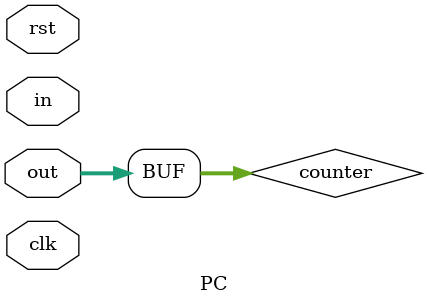
<source format=v>
`timescale 1ns / 1ps
module PC(
    input clk,
    input rst,
	 input [31:0] in,
    input [31:0] out
    );
	reg [31:0] counter;
   always @(posedge clk)
      if (rst)
         counter <= 0;
      else
         counter <= in;
	assign out = counter;
endmodule

</source>
